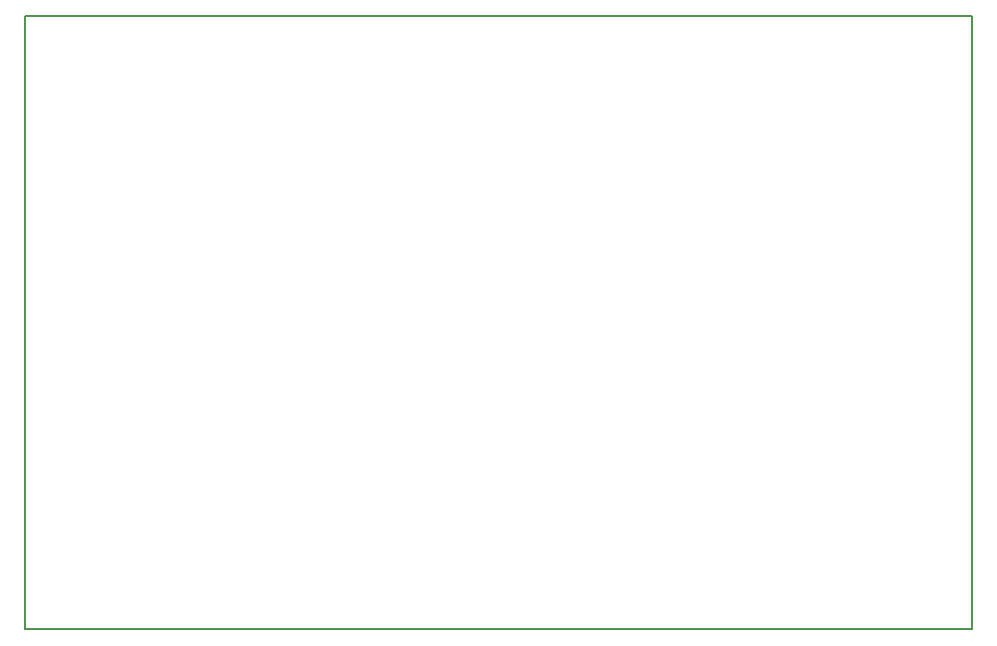
<source format=gbr>
G04 PROTEUS GERBER X2 FILE*
%TF.GenerationSoftware,Labcenter,Proteus,8.9-SP0-Build27865*%
%TF.CreationDate,2021-05-25T10:57:55+00:00*%
%TF.FileFunction,NonPlated,1,2,NPTH*%
%TF.FilePolarity,Positive*%
%TF.Part,Single*%
%TF.SameCoordinates,{e29b0117-a318-4933-b090-4e5cc44ef503}*%
%FSLAX45Y45*%
%MOMM*%
G01*
%TA.AperFunction,Profile*%
%ADD17C,0.203200*%
%TD.AperFunction*%
D17*
X-4200000Y+4070000D02*
X+3820000Y+4070000D01*
X+3820000Y+9260000D01*
X-4200000Y+9260000D01*
X-4200000Y+4070000D01*
M02*

</source>
